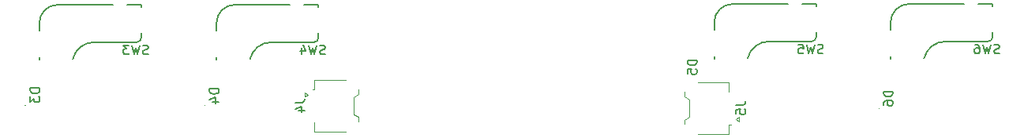
<source format=gbr>
%TF.GenerationSoftware,KiCad,Pcbnew,(7.0.0)*%
%TF.CreationDate,2023-02-23T19:51:54-08:00*%
%TF.ProjectId,4k-mania-keypad,346b2d6d-616e-4696-912d-6b6579706164,rev?*%
%TF.SameCoordinates,PX5ac6868PY7028288*%
%TF.FileFunction,Legend,Bot*%
%TF.FilePolarity,Positive*%
%FSLAX46Y46*%
G04 Gerber Fmt 4.6, Leading zero omitted, Abs format (unit mm)*
G04 Created by KiCad (PCBNEW (7.0.0)) date 2023-02-23 19:51:54*
%MOMM*%
%LPD*%
G01*
G04 APERTURE LIST*
%ADD10C,0.150000*%
%ADD11C,0.100000*%
%ADD12C,0.120000*%
G04 APERTURE END LIST*
D10*
%TO.C,D3*%
X3482380Y7263095D02*
X2482380Y7263095D01*
X2482380Y7263095D02*
X2482380Y7025000D01*
X2482380Y7025000D02*
X2530000Y6882143D01*
X2530000Y6882143D02*
X2625238Y6786905D01*
X2625238Y6786905D02*
X2720476Y6739286D01*
X2720476Y6739286D02*
X2910952Y6691667D01*
X2910952Y6691667D02*
X3053809Y6691667D01*
X3053809Y6691667D02*
X3244285Y6739286D01*
X3244285Y6739286D02*
X3339523Y6786905D01*
X3339523Y6786905D02*
X3434761Y6882143D01*
X3434761Y6882143D02*
X3482380Y7025000D01*
X3482380Y7025000D02*
X3482380Y7263095D01*
X2482380Y6358333D02*
X2482380Y5739286D01*
X2482380Y5739286D02*
X2863333Y6072619D01*
X2863333Y6072619D02*
X2863333Y5929762D01*
X2863333Y5929762D02*
X2910952Y5834524D01*
X2910952Y5834524D02*
X2958571Y5786905D01*
X2958571Y5786905D02*
X3053809Y5739286D01*
X3053809Y5739286D02*
X3291904Y5739286D01*
X3291904Y5739286D02*
X3387142Y5786905D01*
X3387142Y5786905D02*
X3434761Y5834524D01*
X3434761Y5834524D02*
X3482380Y5929762D01*
X3482380Y5929762D02*
X3482380Y6215476D01*
X3482380Y6215476D02*
X3434761Y6310714D01*
X3434761Y6310714D02*
X3387142Y6358333D01*
%TO.C,SW5*%
X87478332Y11035239D02*
X87335475Y10987620D01*
X87335475Y10987620D02*
X87097380Y10987620D01*
X87097380Y10987620D02*
X87002142Y11035239D01*
X87002142Y11035239D02*
X86954523Y11082858D01*
X86954523Y11082858D02*
X86906904Y11178096D01*
X86906904Y11178096D02*
X86906904Y11273334D01*
X86906904Y11273334D02*
X86954523Y11368572D01*
X86954523Y11368572D02*
X87002142Y11416191D01*
X87002142Y11416191D02*
X87097380Y11463810D01*
X87097380Y11463810D02*
X87287856Y11511429D01*
X87287856Y11511429D02*
X87383094Y11559048D01*
X87383094Y11559048D02*
X87430713Y11606667D01*
X87430713Y11606667D02*
X87478332Y11701905D01*
X87478332Y11701905D02*
X87478332Y11797143D01*
X87478332Y11797143D02*
X87430713Y11892381D01*
X87430713Y11892381D02*
X87383094Y11940000D01*
X87383094Y11940000D02*
X87287856Y11987620D01*
X87287856Y11987620D02*
X87049761Y11987620D01*
X87049761Y11987620D02*
X86906904Y11940000D01*
X86573570Y11987620D02*
X86335475Y10987620D01*
X86335475Y10987620D02*
X86144999Y11701905D01*
X86144999Y11701905D02*
X85954523Y10987620D01*
X85954523Y10987620D02*
X85716428Y11987620D01*
X84859285Y11987620D02*
X85335475Y11987620D01*
X85335475Y11987620D02*
X85383094Y11511429D01*
X85383094Y11511429D02*
X85335475Y11559048D01*
X85335475Y11559048D02*
X85240237Y11606667D01*
X85240237Y11606667D02*
X85002142Y11606667D01*
X85002142Y11606667D02*
X84906904Y11559048D01*
X84906904Y11559048D02*
X84859285Y11511429D01*
X84859285Y11511429D02*
X84811666Y11416191D01*
X84811666Y11416191D02*
X84811666Y11178096D01*
X84811666Y11178096D02*
X84859285Y11082858D01*
X84859285Y11082858D02*
X84906904Y11035239D01*
X84906904Y11035239D02*
X85002142Y10987620D01*
X85002142Y10987620D02*
X85240237Y10987620D01*
X85240237Y10987620D02*
X85335475Y11035239D01*
X85335475Y11035239D02*
X85383094Y11082858D01*
%TO.C,J4*%
X30912380Y5708334D02*
X31626666Y5708334D01*
X31626666Y5708334D02*
X31769523Y5755953D01*
X31769523Y5755953D02*
X31864761Y5851191D01*
X31864761Y5851191D02*
X31912380Y5994048D01*
X31912380Y5994048D02*
X31912380Y6089286D01*
X31245714Y4803572D02*
X31912380Y4803572D01*
X30864761Y5041667D02*
X31579047Y5279762D01*
X31579047Y5279762D02*
X31579047Y4660715D01*
%TO.C,D6*%
X94990120Y6905433D02*
X93990120Y6905433D01*
X93990120Y6905433D02*
X93990120Y6667338D01*
X93990120Y6667338D02*
X94037740Y6524481D01*
X94037740Y6524481D02*
X94132978Y6429243D01*
X94132978Y6429243D02*
X94228216Y6381624D01*
X94228216Y6381624D02*
X94418692Y6334005D01*
X94418692Y6334005D02*
X94561549Y6334005D01*
X94561549Y6334005D02*
X94752025Y6381624D01*
X94752025Y6381624D02*
X94847263Y6429243D01*
X94847263Y6429243D02*
X94942501Y6524481D01*
X94942501Y6524481D02*
X94990120Y6667338D01*
X94990120Y6667338D02*
X94990120Y6905433D01*
X93990120Y5476862D02*
X93990120Y5667338D01*
X93990120Y5667338D02*
X94037740Y5762576D01*
X94037740Y5762576D02*
X94085359Y5810195D01*
X94085359Y5810195D02*
X94228216Y5905433D01*
X94228216Y5905433D02*
X94418692Y5953052D01*
X94418692Y5953052D02*
X94799644Y5953052D01*
X94799644Y5953052D02*
X94894882Y5905433D01*
X94894882Y5905433D02*
X94942501Y5857814D01*
X94942501Y5857814D02*
X94990120Y5762576D01*
X94990120Y5762576D02*
X94990120Y5572100D01*
X94990120Y5572100D02*
X94942501Y5476862D01*
X94942501Y5476862D02*
X94894882Y5429243D01*
X94894882Y5429243D02*
X94799644Y5381624D01*
X94799644Y5381624D02*
X94561549Y5381624D01*
X94561549Y5381624D02*
X94466311Y5429243D01*
X94466311Y5429243D02*
X94418692Y5476862D01*
X94418692Y5476862D02*
X94371073Y5572100D01*
X94371073Y5572100D02*
X94371073Y5762576D01*
X94371073Y5762576D02*
X94418692Y5857814D01*
X94418692Y5857814D02*
X94466311Y5905433D01*
X94466311Y5905433D02*
X94561549Y5953052D01*
%TO.C,SW6*%
X106398332Y11035239D02*
X106255475Y10987620D01*
X106255475Y10987620D02*
X106017380Y10987620D01*
X106017380Y10987620D02*
X105922142Y11035239D01*
X105922142Y11035239D02*
X105874523Y11082858D01*
X105874523Y11082858D02*
X105826904Y11178096D01*
X105826904Y11178096D02*
X105826904Y11273334D01*
X105826904Y11273334D02*
X105874523Y11368572D01*
X105874523Y11368572D02*
X105922142Y11416191D01*
X105922142Y11416191D02*
X106017380Y11463810D01*
X106017380Y11463810D02*
X106207856Y11511429D01*
X106207856Y11511429D02*
X106303094Y11559048D01*
X106303094Y11559048D02*
X106350713Y11606667D01*
X106350713Y11606667D02*
X106398332Y11701905D01*
X106398332Y11701905D02*
X106398332Y11797143D01*
X106398332Y11797143D02*
X106350713Y11892381D01*
X106350713Y11892381D02*
X106303094Y11940000D01*
X106303094Y11940000D02*
X106207856Y11987620D01*
X106207856Y11987620D02*
X105969761Y11987620D01*
X105969761Y11987620D02*
X105826904Y11940000D01*
X105493570Y11987620D02*
X105255475Y10987620D01*
X105255475Y10987620D02*
X105064999Y11701905D01*
X105064999Y11701905D02*
X104874523Y10987620D01*
X104874523Y10987620D02*
X104636428Y11987620D01*
X103826904Y11987620D02*
X104017380Y11987620D01*
X104017380Y11987620D02*
X104112618Y11940000D01*
X104112618Y11940000D02*
X104160237Y11892381D01*
X104160237Y11892381D02*
X104255475Y11749524D01*
X104255475Y11749524D02*
X104303094Y11559048D01*
X104303094Y11559048D02*
X104303094Y11178096D01*
X104303094Y11178096D02*
X104255475Y11082858D01*
X104255475Y11082858D02*
X104207856Y11035239D01*
X104207856Y11035239D02*
X104112618Y10987620D01*
X104112618Y10987620D02*
X103922142Y10987620D01*
X103922142Y10987620D02*
X103826904Y11035239D01*
X103826904Y11035239D02*
X103779285Y11082858D01*
X103779285Y11082858D02*
X103731666Y11178096D01*
X103731666Y11178096D02*
X103731666Y11416191D01*
X103731666Y11416191D02*
X103779285Y11511429D01*
X103779285Y11511429D02*
X103826904Y11559048D01*
X103826904Y11559048D02*
X103922142Y11606667D01*
X103922142Y11606667D02*
X104112618Y11606667D01*
X104112618Y11606667D02*
X104207856Y11559048D01*
X104207856Y11559048D02*
X104255475Y11511429D01*
X104255475Y11511429D02*
X104303094Y11416191D01*
%TO.C,SW4*%
X34108332Y10955239D02*
X33965475Y10907620D01*
X33965475Y10907620D02*
X33727380Y10907620D01*
X33727380Y10907620D02*
X33632142Y10955239D01*
X33632142Y10955239D02*
X33584523Y11002858D01*
X33584523Y11002858D02*
X33536904Y11098096D01*
X33536904Y11098096D02*
X33536904Y11193334D01*
X33536904Y11193334D02*
X33584523Y11288572D01*
X33584523Y11288572D02*
X33632142Y11336191D01*
X33632142Y11336191D02*
X33727380Y11383810D01*
X33727380Y11383810D02*
X33917856Y11431429D01*
X33917856Y11431429D02*
X34013094Y11479048D01*
X34013094Y11479048D02*
X34060713Y11526667D01*
X34060713Y11526667D02*
X34108332Y11621905D01*
X34108332Y11621905D02*
X34108332Y11717143D01*
X34108332Y11717143D02*
X34060713Y11812381D01*
X34060713Y11812381D02*
X34013094Y11860000D01*
X34013094Y11860000D02*
X33917856Y11907620D01*
X33917856Y11907620D02*
X33679761Y11907620D01*
X33679761Y11907620D02*
X33536904Y11860000D01*
X33203570Y11907620D02*
X32965475Y10907620D01*
X32965475Y10907620D02*
X32774999Y11621905D01*
X32774999Y11621905D02*
X32584523Y10907620D01*
X32584523Y10907620D02*
X32346428Y11907620D01*
X31536904Y11574286D02*
X31536904Y10907620D01*
X31774999Y11955239D02*
X32013094Y11240953D01*
X32013094Y11240953D02*
X31394047Y11240953D01*
%TO.C,J5*%
X78172380Y5438334D02*
X78886666Y5438334D01*
X78886666Y5438334D02*
X79029523Y5485953D01*
X79029523Y5485953D02*
X79124761Y5581191D01*
X79124761Y5581191D02*
X79172380Y5724048D01*
X79172380Y5724048D02*
X79172380Y5819286D01*
X78172380Y4485953D02*
X78172380Y4962143D01*
X78172380Y4962143D02*
X78648571Y5009762D01*
X78648571Y5009762D02*
X78600952Y4962143D01*
X78600952Y4962143D02*
X78553333Y4866905D01*
X78553333Y4866905D02*
X78553333Y4628810D01*
X78553333Y4628810D02*
X78600952Y4533572D01*
X78600952Y4533572D02*
X78648571Y4485953D01*
X78648571Y4485953D02*
X78743809Y4438334D01*
X78743809Y4438334D02*
X78981904Y4438334D01*
X78981904Y4438334D02*
X79077142Y4485953D01*
X79077142Y4485953D02*
X79124761Y4533572D01*
X79124761Y4533572D02*
X79172380Y4628810D01*
X79172380Y4628810D02*
X79172380Y4866905D01*
X79172380Y4866905D02*
X79124761Y4962143D01*
X79124761Y4962143D02*
X79077142Y5009762D01*
%TO.C,D5*%
X73951677Y10292430D02*
X72951677Y10292430D01*
X72951677Y10292430D02*
X72951677Y10054335D01*
X72951677Y10054335D02*
X72999297Y9911478D01*
X72999297Y9911478D02*
X73094535Y9816240D01*
X73094535Y9816240D02*
X73189773Y9768621D01*
X73189773Y9768621D02*
X73380249Y9721002D01*
X73380249Y9721002D02*
X73523106Y9721002D01*
X73523106Y9721002D02*
X73713582Y9768621D01*
X73713582Y9768621D02*
X73808820Y9816240D01*
X73808820Y9816240D02*
X73904058Y9911478D01*
X73904058Y9911478D02*
X73951677Y10054335D01*
X73951677Y10054335D02*
X73951677Y10292430D01*
X72951677Y8816240D02*
X72951677Y9292430D01*
X72951677Y9292430D02*
X73427868Y9340049D01*
X73427868Y9340049D02*
X73380249Y9292430D01*
X73380249Y9292430D02*
X73332630Y9197192D01*
X73332630Y9197192D02*
X73332630Y8959097D01*
X73332630Y8959097D02*
X73380249Y8863859D01*
X73380249Y8863859D02*
X73427868Y8816240D01*
X73427868Y8816240D02*
X73523106Y8768621D01*
X73523106Y8768621D02*
X73761201Y8768621D01*
X73761201Y8768621D02*
X73856439Y8816240D01*
X73856439Y8816240D02*
X73904058Y8863859D01*
X73904058Y8863859D02*
X73951677Y8959097D01*
X73951677Y8959097D02*
X73951677Y9197192D01*
X73951677Y9197192D02*
X73904058Y9292430D01*
X73904058Y9292430D02*
X73856439Y9340049D01*
%TO.C,D4*%
X22699318Y7208447D02*
X21699318Y7208447D01*
X21699318Y7208447D02*
X21699318Y6970352D01*
X21699318Y6970352D02*
X21746938Y6827495D01*
X21746938Y6827495D02*
X21842176Y6732257D01*
X21842176Y6732257D02*
X21937414Y6684638D01*
X21937414Y6684638D02*
X22127890Y6637019D01*
X22127890Y6637019D02*
X22270747Y6637019D01*
X22270747Y6637019D02*
X22461223Y6684638D01*
X22461223Y6684638D02*
X22556461Y6732257D01*
X22556461Y6732257D02*
X22651699Y6827495D01*
X22651699Y6827495D02*
X22699318Y6970352D01*
X22699318Y6970352D02*
X22699318Y7208447D01*
X22032652Y5779876D02*
X22699318Y5779876D01*
X21651699Y6017971D02*
X22365985Y6256066D01*
X22365985Y6256066D02*
X22365985Y5637019D01*
%TO.C,SW3*%
X15108332Y10955239D02*
X14965475Y10907620D01*
X14965475Y10907620D02*
X14727380Y10907620D01*
X14727380Y10907620D02*
X14632142Y10955239D01*
X14632142Y10955239D02*
X14584523Y11002858D01*
X14584523Y11002858D02*
X14536904Y11098096D01*
X14536904Y11098096D02*
X14536904Y11193334D01*
X14536904Y11193334D02*
X14584523Y11288572D01*
X14584523Y11288572D02*
X14632142Y11336191D01*
X14632142Y11336191D02*
X14727380Y11383810D01*
X14727380Y11383810D02*
X14917856Y11431429D01*
X14917856Y11431429D02*
X15013094Y11479048D01*
X15013094Y11479048D02*
X15060713Y11526667D01*
X15060713Y11526667D02*
X15108332Y11621905D01*
X15108332Y11621905D02*
X15108332Y11717143D01*
X15108332Y11717143D02*
X15060713Y11812381D01*
X15060713Y11812381D02*
X15013094Y11860000D01*
X15013094Y11860000D02*
X14917856Y11907620D01*
X14917856Y11907620D02*
X14679761Y11907620D01*
X14679761Y11907620D02*
X14536904Y11860000D01*
X14203570Y11907620D02*
X13965475Y10907620D01*
X13965475Y10907620D02*
X13774999Y11621905D01*
X13774999Y11621905D02*
X13584523Y10907620D01*
X13584523Y10907620D02*
X13346428Y11907620D01*
X13060713Y11907620D02*
X12441666Y11907620D01*
X12441666Y11907620D02*
X12774999Y11526667D01*
X12774999Y11526667D02*
X12632142Y11526667D01*
X12632142Y11526667D02*
X12536904Y11479048D01*
X12536904Y11479048D02*
X12489285Y11431429D01*
X12489285Y11431429D02*
X12441666Y11336191D01*
X12441666Y11336191D02*
X12441666Y11098096D01*
X12441666Y11098096D02*
X12489285Y11002858D01*
X12489285Y11002858D02*
X12536904Y10955239D01*
X12536904Y10955239D02*
X12632142Y10907620D01*
X12632142Y10907620D02*
X12917856Y10907620D01*
X12917856Y10907620D02*
X13013094Y10955239D01*
X13013094Y10955239D02*
X13060713Y11002858D01*
D11*
%TO.C,D3*%
X1995000Y5435000D02*
G75*
G03*
X1995000Y5435000I-50000J0D01*
G01*
D10*
%TO.C,SW5*%
X86759824Y13275220D02*
X86759824Y12805220D01*
X86759824Y16355220D02*
X86759824Y16125220D01*
X86259824Y12305220D02*
X81695000Y12305220D01*
X85209824Y16355220D02*
X86759824Y16355220D01*
X77809824Y16355220D02*
X83709824Y16355220D01*
X75809824Y10705220D02*
X75809824Y10465220D01*
X75809824Y13555220D02*
X75809824Y14355220D01*
X86259824Y12305220D02*
G75*
G03*
X86759824Y12805220I-1J500001D01*
G01*
X81695000Y12305219D02*
G75*
G03*
X79400679Y10465220I-866J-2349331D01*
G01*
X77809824Y16355220D02*
G75*
G03*
X75809824Y14355220I-15J-1999985D01*
G01*
D12*
%TO.C,J4*%
X36285000Y8185000D02*
X32955000Y8185000D01*
X32955000Y8185000D02*
X32955000Y7135000D01*
X32955000Y7135000D02*
X32745000Y7135000D01*
X37675000Y7115000D02*
X37675000Y6615000D01*
X31891447Y6825000D02*
X32245000Y6575000D01*
X37675000Y6615000D02*
X37175000Y6315000D01*
X32245000Y6575000D02*
X31891447Y6325000D01*
X31891447Y6325000D02*
X31891447Y6825000D01*
X37175000Y6315000D02*
X37175000Y4435000D01*
X37175000Y4435000D02*
X37675000Y4135000D01*
X37675000Y4135000D02*
X37675000Y3635000D01*
X36285000Y2565000D02*
X32955000Y2565000D01*
X32955000Y2565000D02*
X32955000Y3615000D01*
D11*
%TO.C,D6*%
X93502740Y5077338D02*
G75*
G03*
X93502740Y5077338I-50000J0D01*
G01*
D10*
%TO.C,SW6*%
X105679824Y13275220D02*
X105679824Y12805220D01*
X105679824Y16355220D02*
X105679824Y16125220D01*
X105179824Y12305220D02*
X100615000Y12305220D01*
X104129824Y16355220D02*
X105679824Y16355220D01*
X96729824Y16355220D02*
X102629824Y16355220D01*
X94729824Y10705220D02*
X94729824Y10465220D01*
X94729824Y13555220D02*
X94729824Y14355220D01*
X105179824Y12305220D02*
G75*
G03*
X105679824Y12805220I-1J500001D01*
G01*
X100615000Y12305219D02*
G75*
G03*
X98320679Y10465220I-866J-2349331D01*
G01*
X96729824Y16355220D02*
G75*
G03*
X94729824Y14355220I-15J-1999985D01*
G01*
%TO.C,SW4*%
X33389824Y13195220D02*
X33389824Y12725220D01*
X33389824Y16275220D02*
X33389824Y16045220D01*
X32889824Y12225220D02*
X28325000Y12225220D01*
X31839824Y16275220D02*
X33389824Y16275220D01*
X24439824Y16275220D02*
X30339824Y16275220D01*
X22439824Y10625220D02*
X22439824Y10385220D01*
X22439824Y13475220D02*
X22439824Y14275220D01*
X32889824Y12225220D02*
G75*
G03*
X33389824Y12725220I-1J500001D01*
G01*
X28325000Y12225219D02*
G75*
G03*
X26030679Y10385220I-866J-2349331D01*
G01*
X24439824Y16275220D02*
G75*
G03*
X22439824Y14275220I-15J-1999985D01*
G01*
D12*
%TO.C,J5*%
X74065000Y2295000D02*
X77395000Y2295000D01*
X77395000Y2295000D02*
X77395000Y3345000D01*
X77395000Y3345000D02*
X77605000Y3345000D01*
X72675000Y3365000D02*
X72675000Y3865000D01*
X78458553Y3655000D02*
X78105000Y3905000D01*
X72675000Y3865000D02*
X73175000Y4165000D01*
X78105000Y3905000D02*
X78458553Y4155000D01*
X78458553Y4155000D02*
X78458553Y3655000D01*
X73175000Y4165000D02*
X73175000Y6045000D01*
X73175000Y6045000D02*
X72675000Y6345000D01*
X72675000Y6345000D02*
X72675000Y6845000D01*
X74065000Y7915000D02*
X77395000Y7915000D01*
X77395000Y7915000D02*
X77395000Y6865000D01*
D11*
%TO.C,D5*%
X74600091Y8487676D02*
G75*
G03*
X74600091Y8487676I-50000J0D01*
G01*
%TO.C,D4*%
X21211938Y5380352D02*
G75*
G03*
X21211938Y5380352I-50000J0D01*
G01*
D10*
%TO.C,SW3*%
X14389824Y13195220D02*
X14389824Y12725220D01*
X14389824Y16275220D02*
X14389824Y16045220D01*
X13889824Y12225220D02*
X9325000Y12225220D01*
X12839824Y16275220D02*
X14389824Y16275220D01*
X5439824Y16275220D02*
X11339824Y16275220D01*
X3439824Y10625220D02*
X3439824Y10385220D01*
X3439824Y13475220D02*
X3439824Y14275220D01*
X13889824Y12225220D02*
G75*
G03*
X14389824Y12725220I-1J500001D01*
G01*
X9325000Y12225219D02*
G75*
G03*
X7030679Y10385220I-866J-2349331D01*
G01*
X5439824Y16275220D02*
G75*
G03*
X3439824Y14275220I-15J-1999985D01*
G01*
%TD*%
M02*

</source>
